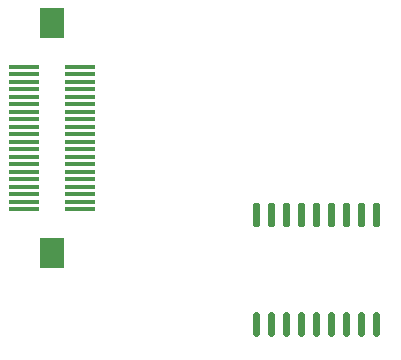
<source format=gbp>
%TF.GenerationSoftware,KiCad,Pcbnew,5.1.10-88a1d61d58~89~ubuntu20.04.1*%
%TF.CreationDate,2021-10-06T22:40:21-05:00*%
%TF.ProjectId,serial_rewind_d2,73657269-616c-45f7-9265-77696e645f64,rev?*%
%TF.SameCoordinates,Original*%
%TF.FileFunction,Paste,Bot*%
%TF.FilePolarity,Positive*%
%FSLAX46Y46*%
G04 Gerber Fmt 4.6, Leading zero omitted, Abs format (unit mm)*
G04 Created by KiCad (PCBNEW 5.1.10-88a1d61d58~89~ubuntu20.04.1) date 2021-10-06 22:40:21*
%MOMM*%
%LPD*%
G01*
G04 APERTURE LIST*
%ADD10R,2.500000X0.350000*%
%ADD11R,2.000000X2.500000*%
G04 APERTURE END LIST*
D10*
%TO.C,J1*%
X63090000Y-106703000D03*
X58390000Y-106703000D03*
X63090000Y-107338000D03*
X58390000Y-107338000D03*
X63090000Y-107973000D03*
X58390000Y-107973000D03*
X63090000Y-108608000D03*
X58390000Y-108608000D03*
X63090000Y-109243000D03*
X58390000Y-109243000D03*
X63090000Y-109878000D03*
X58390000Y-109878000D03*
X63090000Y-110513000D03*
X58390000Y-110513000D03*
X63090000Y-111148000D03*
X58390000Y-111148000D03*
X63090000Y-111783000D03*
X58390000Y-111783000D03*
X63090000Y-112418000D03*
X58390000Y-112418000D03*
X63090000Y-113053000D03*
X58390000Y-113053000D03*
X63090000Y-113688000D03*
X58390000Y-113688000D03*
X63090000Y-114323000D03*
X58390000Y-114323000D03*
X63090000Y-114958000D03*
X58390000Y-114958000D03*
X63090000Y-115593000D03*
X58390000Y-115593000D03*
X63090000Y-116228000D03*
X58390000Y-116228000D03*
X63090000Y-116863000D03*
X58390000Y-116863000D03*
X63090000Y-117498000D03*
X58390000Y-117498000D03*
X63090000Y-118133000D03*
X58390000Y-118133000D03*
X63090000Y-118768000D03*
X58390000Y-118768000D03*
D11*
X60740000Y-103000000D03*
X60740000Y-122470000D03*
%TD*%
%TO.C,U1*%
G36*
G01*
X88351500Y-129563500D02*
X88051500Y-129563500D01*
G75*
G02*
X87901500Y-129413500I0J150000D01*
G01*
X87901500Y-127663500D01*
G75*
G02*
X88051500Y-127513500I150000J0D01*
G01*
X88351500Y-127513500D01*
G75*
G02*
X88501500Y-127663500I0J-150000D01*
G01*
X88501500Y-129413500D01*
G75*
G02*
X88351500Y-129563500I-150000J0D01*
G01*
G37*
G36*
G01*
X87081500Y-129563500D02*
X86781500Y-129563500D01*
G75*
G02*
X86631500Y-129413500I0J150000D01*
G01*
X86631500Y-127663500D01*
G75*
G02*
X86781500Y-127513500I150000J0D01*
G01*
X87081500Y-127513500D01*
G75*
G02*
X87231500Y-127663500I0J-150000D01*
G01*
X87231500Y-129413500D01*
G75*
G02*
X87081500Y-129563500I-150000J0D01*
G01*
G37*
G36*
G01*
X85811500Y-129563500D02*
X85511500Y-129563500D01*
G75*
G02*
X85361500Y-129413500I0J150000D01*
G01*
X85361500Y-127663500D01*
G75*
G02*
X85511500Y-127513500I150000J0D01*
G01*
X85811500Y-127513500D01*
G75*
G02*
X85961500Y-127663500I0J-150000D01*
G01*
X85961500Y-129413500D01*
G75*
G02*
X85811500Y-129563500I-150000J0D01*
G01*
G37*
G36*
G01*
X84541500Y-129563500D02*
X84241500Y-129563500D01*
G75*
G02*
X84091500Y-129413500I0J150000D01*
G01*
X84091500Y-127663500D01*
G75*
G02*
X84241500Y-127513500I150000J0D01*
G01*
X84541500Y-127513500D01*
G75*
G02*
X84691500Y-127663500I0J-150000D01*
G01*
X84691500Y-129413500D01*
G75*
G02*
X84541500Y-129563500I-150000J0D01*
G01*
G37*
G36*
G01*
X83271500Y-129563500D02*
X82971500Y-129563500D01*
G75*
G02*
X82821500Y-129413500I0J150000D01*
G01*
X82821500Y-127663500D01*
G75*
G02*
X82971500Y-127513500I150000J0D01*
G01*
X83271500Y-127513500D01*
G75*
G02*
X83421500Y-127663500I0J-150000D01*
G01*
X83421500Y-129413500D01*
G75*
G02*
X83271500Y-129563500I-150000J0D01*
G01*
G37*
G36*
G01*
X82001500Y-129563500D02*
X81701500Y-129563500D01*
G75*
G02*
X81551500Y-129413500I0J150000D01*
G01*
X81551500Y-127663500D01*
G75*
G02*
X81701500Y-127513500I150000J0D01*
G01*
X82001500Y-127513500D01*
G75*
G02*
X82151500Y-127663500I0J-150000D01*
G01*
X82151500Y-129413500D01*
G75*
G02*
X82001500Y-129563500I-150000J0D01*
G01*
G37*
G36*
G01*
X80731500Y-129563500D02*
X80431500Y-129563500D01*
G75*
G02*
X80281500Y-129413500I0J150000D01*
G01*
X80281500Y-127663500D01*
G75*
G02*
X80431500Y-127513500I150000J0D01*
G01*
X80731500Y-127513500D01*
G75*
G02*
X80881500Y-127663500I0J-150000D01*
G01*
X80881500Y-129413500D01*
G75*
G02*
X80731500Y-129563500I-150000J0D01*
G01*
G37*
G36*
G01*
X79461500Y-129563500D02*
X79161500Y-129563500D01*
G75*
G02*
X79011500Y-129413500I0J150000D01*
G01*
X79011500Y-127663500D01*
G75*
G02*
X79161500Y-127513500I150000J0D01*
G01*
X79461500Y-127513500D01*
G75*
G02*
X79611500Y-127663500I0J-150000D01*
G01*
X79611500Y-129413500D01*
G75*
G02*
X79461500Y-129563500I-150000J0D01*
G01*
G37*
G36*
G01*
X78191500Y-129563500D02*
X77891500Y-129563500D01*
G75*
G02*
X77741500Y-129413500I0J150000D01*
G01*
X77741500Y-127663500D01*
G75*
G02*
X77891500Y-127513500I150000J0D01*
G01*
X78191500Y-127513500D01*
G75*
G02*
X78341500Y-127663500I0J-150000D01*
G01*
X78341500Y-129413500D01*
G75*
G02*
X78191500Y-129563500I-150000J0D01*
G01*
G37*
G36*
G01*
X78191500Y-120263500D02*
X77891500Y-120263500D01*
G75*
G02*
X77741500Y-120113500I0J150000D01*
G01*
X77741500Y-118363500D01*
G75*
G02*
X77891500Y-118213500I150000J0D01*
G01*
X78191500Y-118213500D01*
G75*
G02*
X78341500Y-118363500I0J-150000D01*
G01*
X78341500Y-120113500D01*
G75*
G02*
X78191500Y-120263500I-150000J0D01*
G01*
G37*
G36*
G01*
X79461500Y-120263500D02*
X79161500Y-120263500D01*
G75*
G02*
X79011500Y-120113500I0J150000D01*
G01*
X79011500Y-118363500D01*
G75*
G02*
X79161500Y-118213500I150000J0D01*
G01*
X79461500Y-118213500D01*
G75*
G02*
X79611500Y-118363500I0J-150000D01*
G01*
X79611500Y-120113500D01*
G75*
G02*
X79461500Y-120263500I-150000J0D01*
G01*
G37*
G36*
G01*
X80731500Y-120263500D02*
X80431500Y-120263500D01*
G75*
G02*
X80281500Y-120113500I0J150000D01*
G01*
X80281500Y-118363500D01*
G75*
G02*
X80431500Y-118213500I150000J0D01*
G01*
X80731500Y-118213500D01*
G75*
G02*
X80881500Y-118363500I0J-150000D01*
G01*
X80881500Y-120113500D01*
G75*
G02*
X80731500Y-120263500I-150000J0D01*
G01*
G37*
G36*
G01*
X82001500Y-120263500D02*
X81701500Y-120263500D01*
G75*
G02*
X81551500Y-120113500I0J150000D01*
G01*
X81551500Y-118363500D01*
G75*
G02*
X81701500Y-118213500I150000J0D01*
G01*
X82001500Y-118213500D01*
G75*
G02*
X82151500Y-118363500I0J-150000D01*
G01*
X82151500Y-120113500D01*
G75*
G02*
X82001500Y-120263500I-150000J0D01*
G01*
G37*
G36*
G01*
X83271500Y-120263500D02*
X82971500Y-120263500D01*
G75*
G02*
X82821500Y-120113500I0J150000D01*
G01*
X82821500Y-118363500D01*
G75*
G02*
X82971500Y-118213500I150000J0D01*
G01*
X83271500Y-118213500D01*
G75*
G02*
X83421500Y-118363500I0J-150000D01*
G01*
X83421500Y-120113500D01*
G75*
G02*
X83271500Y-120263500I-150000J0D01*
G01*
G37*
G36*
G01*
X84541500Y-120263500D02*
X84241500Y-120263500D01*
G75*
G02*
X84091500Y-120113500I0J150000D01*
G01*
X84091500Y-118363500D01*
G75*
G02*
X84241500Y-118213500I150000J0D01*
G01*
X84541500Y-118213500D01*
G75*
G02*
X84691500Y-118363500I0J-150000D01*
G01*
X84691500Y-120113500D01*
G75*
G02*
X84541500Y-120263500I-150000J0D01*
G01*
G37*
G36*
G01*
X85811500Y-120263500D02*
X85511500Y-120263500D01*
G75*
G02*
X85361500Y-120113500I0J150000D01*
G01*
X85361500Y-118363500D01*
G75*
G02*
X85511500Y-118213500I150000J0D01*
G01*
X85811500Y-118213500D01*
G75*
G02*
X85961500Y-118363500I0J-150000D01*
G01*
X85961500Y-120113500D01*
G75*
G02*
X85811500Y-120263500I-150000J0D01*
G01*
G37*
G36*
G01*
X87081500Y-120263500D02*
X86781500Y-120263500D01*
G75*
G02*
X86631500Y-120113500I0J150000D01*
G01*
X86631500Y-118363500D01*
G75*
G02*
X86781500Y-118213500I150000J0D01*
G01*
X87081500Y-118213500D01*
G75*
G02*
X87231500Y-118363500I0J-150000D01*
G01*
X87231500Y-120113500D01*
G75*
G02*
X87081500Y-120263500I-150000J0D01*
G01*
G37*
G36*
G01*
X88351500Y-120263500D02*
X88051500Y-120263500D01*
G75*
G02*
X87901500Y-120113500I0J150000D01*
G01*
X87901500Y-118363500D01*
G75*
G02*
X88051500Y-118213500I150000J0D01*
G01*
X88351500Y-118213500D01*
G75*
G02*
X88501500Y-118363500I0J-150000D01*
G01*
X88501500Y-120113500D01*
G75*
G02*
X88351500Y-120263500I-150000J0D01*
G01*
G37*
%TD*%
M02*

</source>
